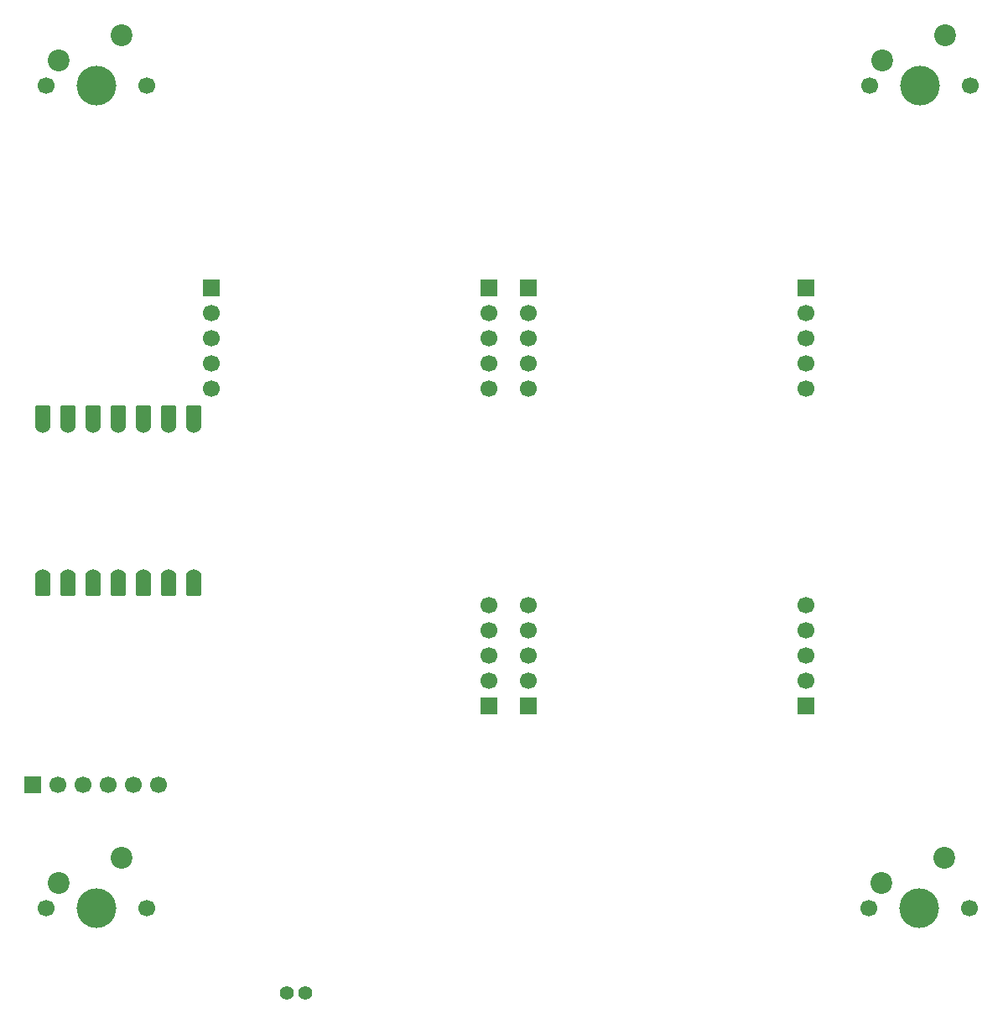
<source format=gbr>
%TF.GenerationSoftware,KiCad,Pcbnew,9.0.4*%
%TF.CreationDate,2025-08-31T14:54:27-04:00*%
%TF.ProjectId,wordclock,776f7264-636c-46f6-936b-2e6b69636164,rev?*%
%TF.SameCoordinates,Original*%
%TF.FileFunction,Soldermask,Bot*%
%TF.FilePolarity,Negative*%
%FSLAX46Y46*%
G04 Gerber Fmt 4.6, Leading zero omitted, Abs format (unit mm)*
G04 Created by KiCad (PCBNEW 9.0.4) date 2025-08-31 14:54:27*
%MOMM*%
%LPD*%
G01*
G04 APERTURE LIST*
G04 Aperture macros list*
%AMRoundRect*
0 Rectangle with rounded corners*
0 $1 Rounding radius*
0 $2 $3 $4 $5 $6 $7 $8 $9 X,Y pos of 4 corners*
0 Add a 4 corners polygon primitive as box body*
4,1,4,$2,$3,$4,$5,$6,$7,$8,$9,$2,$3,0*
0 Add four circle primitives for the rounded corners*
1,1,$1+$1,$2,$3*
1,1,$1+$1,$4,$5*
1,1,$1+$1,$6,$7*
1,1,$1+$1,$8,$9*
0 Add four rect primitives between the rounded corners*
20,1,$1+$1,$2,$3,$4,$5,0*
20,1,$1+$1,$4,$5,$6,$7,0*
20,1,$1+$1,$6,$7,$8,$9,0*
20,1,$1+$1,$8,$9,$2,$3,0*%
G04 Aperture macros list end*
%ADD10R,1.700000X1.700000*%
%ADD11C,1.700000*%
%ADD12C,4.000000*%
%ADD13C,2.200000*%
%ADD14C,1.400000*%
%ADD15RoundRect,0.152400X0.609600X-1.063600X0.609600X1.063600X-0.609600X1.063600X-0.609600X-1.063600X0*%
%ADD16C,1.524000*%
%ADD17RoundRect,0.152400X-0.609600X1.063600X-0.609600X-1.063600X0.609600X-1.063600X0.609600X1.063600X0*%
G04 APERTURE END LIST*
D10*
%TO.C,J4*%
X170500000Y-73960000D03*
D11*
X170500000Y-76500000D03*
X170500000Y-79040000D03*
X170500000Y-81580000D03*
X170500000Y-84120000D03*
%TD*%
D10*
%TO.C,J5*%
X142500000Y-116160000D03*
D11*
X142500000Y-113620000D03*
X142500000Y-111080000D03*
X142500000Y-108540000D03*
X142500000Y-106000000D03*
%TD*%
D10*
%TO.C,J6*%
X142500000Y-73960000D03*
D11*
X142500000Y-76500000D03*
X142500000Y-79040000D03*
X142500000Y-81580000D03*
X142500000Y-84120000D03*
%TD*%
%TO.C,SW3*%
X176840000Y-136580000D03*
D12*
X181920000Y-136580000D03*
D11*
X187000000Y-136580000D03*
D13*
X184460000Y-131500000D03*
X178110000Y-134040000D03*
%TD*%
D10*
%TO.C,J1*%
X110500000Y-73960000D03*
D11*
X110500000Y-76500000D03*
X110500000Y-79040000D03*
X110500000Y-81580000D03*
X110500000Y-84120000D03*
%TD*%
D10*
%TO.C,J8*%
X138500000Y-116160000D03*
D11*
X138500000Y-113620000D03*
X138500000Y-111080000D03*
X138500000Y-108540000D03*
X138500000Y-106000000D03*
%TD*%
%TO.C,SW4*%
X93840000Y-136580000D03*
D12*
X98920000Y-136580000D03*
D11*
X104000000Y-136580000D03*
D13*
X101460000Y-131500000D03*
X95110000Y-134040000D03*
%TD*%
D14*
%TO.C,R1*%
X118100000Y-145080000D03*
X120000000Y-145080000D03*
%TD*%
D10*
%TO.C,J3*%
X138500000Y-73960000D03*
D11*
X138500000Y-76500000D03*
X138500000Y-79040000D03*
X138500000Y-81580000D03*
X138500000Y-84120000D03*
%TD*%
D10*
%TO.C,J7*%
X170500000Y-116160000D03*
D11*
X170500000Y-113620000D03*
X170500000Y-111080000D03*
X170500000Y-108540000D03*
X170500000Y-106000000D03*
%TD*%
%TO.C,SW2*%
X177000000Y-53580000D03*
D12*
X182080000Y-53580000D03*
D11*
X187160000Y-53580000D03*
D13*
X184620000Y-48500000D03*
X178270000Y-51040000D03*
%TD*%
D11*
%TO.C,SW1*%
X93840000Y-53580000D03*
D12*
X98920000Y-53580000D03*
D11*
X104000000Y-53580000D03*
D13*
X101460000Y-48500000D03*
X95110000Y-51040000D03*
%TD*%
D10*
%TO.C,J2*%
X92420000Y-124080000D03*
D11*
X94960000Y-124080000D03*
X97500000Y-124080000D03*
X100040000Y-124080000D03*
X102580000Y-124080000D03*
X105120000Y-124080000D03*
%TD*%
D15*
%TO.C,U1*%
X93500000Y-87005000D03*
D16*
X93500000Y-87840000D03*
D15*
X96040000Y-87005000D03*
D16*
X96040000Y-87840000D03*
D15*
X98580000Y-87005000D03*
D16*
X98580000Y-87840000D03*
D15*
X101120000Y-87005000D03*
D16*
X101120000Y-87840000D03*
D15*
X103660000Y-87005000D03*
D16*
X103660000Y-87840000D03*
D15*
X106200000Y-87005000D03*
D16*
X106200000Y-87840000D03*
D15*
X108740000Y-87005000D03*
D16*
X108740000Y-87840000D03*
X108740000Y-103080000D03*
D17*
X108740000Y-103915000D03*
D16*
X106200000Y-103080000D03*
D17*
X106200000Y-103915000D03*
D16*
X103660000Y-103080000D03*
D17*
X103660000Y-103915000D03*
D16*
X101120000Y-103080000D03*
D17*
X101120000Y-103915000D03*
D16*
X98580000Y-103080000D03*
D17*
X98580000Y-103915000D03*
D16*
X96040000Y-103080000D03*
D17*
X96040000Y-103915000D03*
D16*
X93500000Y-103080000D03*
D17*
X93500000Y-103915000D03*
%TD*%
M02*

</source>
